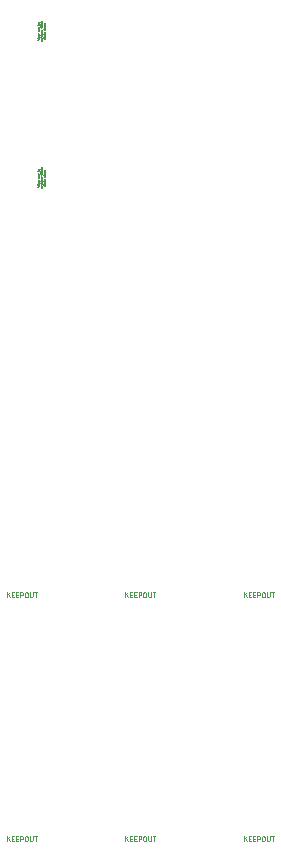
<source format=gbr>
%TF.GenerationSoftware,KiCad,Pcbnew,7.0.1*%
%TF.CreationDate,2023-04-20T06:23:29-07:00*%
%TF.ProjectId,wissystem_vca1,77697373-7973-4746-956d-5f766361312e,rev?*%
%TF.SameCoordinates,Original*%
%TF.FileFunction,Other,Comment*%
%FSLAX46Y46*%
G04 Gerber Fmt 4.6, Leading zero omitted, Abs format (unit mm)*
G04 Created by KiCad (PCBNEW 7.0.1) date 2023-04-20 06:23:29*
%MOMM*%
%LPD*%
G01*
G04 APERTURE LIST*
%ADD10C,0.020000*%
%ADD11C,0.051000*%
G04 APERTURE END LIST*
D10*
%TO.C,RV3*%
X26536792Y-56124399D02*
X26686792Y-56088685D01*
X26686792Y-56088685D02*
X26579650Y-56060113D01*
X26579650Y-56060113D02*
X26686792Y-56031542D01*
X26686792Y-56031542D02*
X26536792Y-55995828D01*
X26686792Y-55938684D02*
X26586792Y-55938684D01*
X26536792Y-55938684D02*
X26543935Y-55945827D01*
X26543935Y-55945827D02*
X26551078Y-55938684D01*
X26551078Y-55938684D02*
X26543935Y-55931541D01*
X26543935Y-55931541D02*
X26536792Y-55938684D01*
X26536792Y-55938684D02*
X26551078Y-55938684D01*
X26586792Y-55867255D02*
X26736792Y-55867255D01*
X26593935Y-55867255D02*
X26586792Y-55852970D01*
X26586792Y-55852970D02*
X26586792Y-55824398D01*
X26586792Y-55824398D02*
X26593935Y-55810112D01*
X26593935Y-55810112D02*
X26601078Y-55802970D01*
X26601078Y-55802970D02*
X26615364Y-55795827D01*
X26615364Y-55795827D02*
X26658221Y-55795827D01*
X26658221Y-55795827D02*
X26672507Y-55802970D01*
X26672507Y-55802970D02*
X26679650Y-55810112D01*
X26679650Y-55810112D02*
X26686792Y-55824398D01*
X26686792Y-55824398D02*
X26686792Y-55852970D01*
X26686792Y-55852970D02*
X26679650Y-55867255D01*
X26679650Y-55674398D02*
X26686792Y-55688684D01*
X26686792Y-55688684D02*
X26686792Y-55717256D01*
X26686792Y-55717256D02*
X26679650Y-55731541D01*
X26679650Y-55731541D02*
X26665364Y-55738684D01*
X26665364Y-55738684D02*
X26608221Y-55738684D01*
X26608221Y-55738684D02*
X26593935Y-55731541D01*
X26593935Y-55731541D02*
X26586792Y-55717256D01*
X26586792Y-55717256D02*
X26586792Y-55688684D01*
X26586792Y-55688684D02*
X26593935Y-55674398D01*
X26593935Y-55674398D02*
X26608221Y-55667256D01*
X26608221Y-55667256D02*
X26622507Y-55667256D01*
X26622507Y-55667256D02*
X26636792Y-55738684D01*
X26686792Y-55602970D02*
X26586792Y-55602970D01*
X26615364Y-55602970D02*
X26601078Y-55595827D01*
X26601078Y-55595827D02*
X26593935Y-55588685D01*
X26593935Y-55588685D02*
X26586792Y-55574399D01*
X26586792Y-55574399D02*
X26586792Y-55560113D01*
X26686792Y-55395827D02*
X26586792Y-55395827D01*
X26601078Y-55395827D02*
X26593935Y-55388684D01*
X26593935Y-55388684D02*
X26586792Y-55374399D01*
X26586792Y-55374399D02*
X26586792Y-55352970D01*
X26586792Y-55352970D02*
X26593935Y-55338684D01*
X26593935Y-55338684D02*
X26608221Y-55331542D01*
X26608221Y-55331542D02*
X26686792Y-55331542D01*
X26608221Y-55331542D02*
X26593935Y-55324399D01*
X26593935Y-55324399D02*
X26586792Y-55310113D01*
X26586792Y-55310113D02*
X26586792Y-55288684D01*
X26586792Y-55288684D02*
X26593935Y-55274399D01*
X26593935Y-55274399D02*
X26608221Y-55267256D01*
X26608221Y-55267256D02*
X26686792Y-55267256D01*
X26686792Y-55131542D02*
X26608221Y-55131542D01*
X26608221Y-55131542D02*
X26593935Y-55138684D01*
X26593935Y-55138684D02*
X26586792Y-55152970D01*
X26586792Y-55152970D02*
X26586792Y-55181542D01*
X26586792Y-55181542D02*
X26593935Y-55195827D01*
X26679650Y-55131542D02*
X26686792Y-55145827D01*
X26686792Y-55145827D02*
X26686792Y-55181542D01*
X26686792Y-55181542D02*
X26679650Y-55195827D01*
X26679650Y-55195827D02*
X26665364Y-55202970D01*
X26665364Y-55202970D02*
X26651078Y-55202970D01*
X26651078Y-55202970D02*
X26636792Y-55195827D01*
X26636792Y-55195827D02*
X26629650Y-55181542D01*
X26629650Y-55181542D02*
X26629650Y-55145827D01*
X26629650Y-55145827D02*
X26622507Y-55131542D01*
X26586792Y-55074399D02*
X26686792Y-55038685D01*
X26586792Y-55002970D02*
X26686792Y-55038685D01*
X26686792Y-55038685D02*
X26722507Y-55052970D01*
X26722507Y-55052970D02*
X26729650Y-55060113D01*
X26729650Y-55060113D02*
X26736792Y-55074399D01*
X26686792Y-54831541D02*
X26536792Y-54831541D01*
X26593935Y-54831541D02*
X26586792Y-54817256D01*
X26586792Y-54817256D02*
X26586792Y-54788684D01*
X26586792Y-54788684D02*
X26593935Y-54774398D01*
X26593935Y-54774398D02*
X26601078Y-54767256D01*
X26601078Y-54767256D02*
X26615364Y-54760113D01*
X26615364Y-54760113D02*
X26658221Y-54760113D01*
X26658221Y-54760113D02*
X26672507Y-54767256D01*
X26672507Y-54767256D02*
X26679650Y-54774398D01*
X26679650Y-54774398D02*
X26686792Y-54788684D01*
X26686792Y-54788684D02*
X26686792Y-54817256D01*
X26686792Y-54817256D02*
X26679650Y-54831541D01*
X26679650Y-54638684D02*
X26686792Y-54652970D01*
X26686792Y-54652970D02*
X26686792Y-54681542D01*
X26686792Y-54681542D02*
X26679650Y-54695827D01*
X26679650Y-54695827D02*
X26665364Y-54702970D01*
X26665364Y-54702970D02*
X26608221Y-54702970D01*
X26608221Y-54702970D02*
X26593935Y-54695827D01*
X26593935Y-54695827D02*
X26586792Y-54681542D01*
X26586792Y-54681542D02*
X26586792Y-54652970D01*
X26586792Y-54652970D02*
X26593935Y-54638684D01*
X26593935Y-54638684D02*
X26608221Y-54631542D01*
X26608221Y-54631542D02*
X26622507Y-54631542D01*
X26622507Y-54631542D02*
X26636792Y-54702970D01*
X26929792Y-56174399D02*
X26851221Y-56174399D01*
X26851221Y-56174399D02*
X26836935Y-56181541D01*
X26836935Y-56181541D02*
X26829792Y-56195827D01*
X26829792Y-56195827D02*
X26829792Y-56224399D01*
X26829792Y-56224399D02*
X26836935Y-56238684D01*
X26922650Y-56174399D02*
X26929792Y-56188684D01*
X26929792Y-56188684D02*
X26929792Y-56224399D01*
X26929792Y-56224399D02*
X26922650Y-56238684D01*
X26922650Y-56238684D02*
X26908364Y-56245827D01*
X26908364Y-56245827D02*
X26894078Y-56245827D01*
X26894078Y-56245827D02*
X26879792Y-56238684D01*
X26879792Y-56238684D02*
X26872650Y-56224399D01*
X26872650Y-56224399D02*
X26872650Y-56188684D01*
X26872650Y-56188684D02*
X26865507Y-56174399D01*
X26829792Y-56102970D02*
X26929792Y-56102970D01*
X26844078Y-56102970D02*
X26836935Y-56095827D01*
X26836935Y-56095827D02*
X26829792Y-56081542D01*
X26829792Y-56081542D02*
X26829792Y-56060113D01*
X26829792Y-56060113D02*
X26836935Y-56045827D01*
X26836935Y-56045827D02*
X26851221Y-56038685D01*
X26851221Y-56038685D02*
X26929792Y-56038685D01*
X26829792Y-55981542D02*
X26929792Y-55945828D01*
X26829792Y-55910113D02*
X26929792Y-55945828D01*
X26929792Y-55945828D02*
X26965507Y-55960113D01*
X26965507Y-55960113D02*
X26972650Y-55967256D01*
X26972650Y-55967256D02*
X26979792Y-55981542D01*
X26829792Y-55867256D02*
X26929792Y-55838685D01*
X26929792Y-55838685D02*
X26858364Y-55810113D01*
X26858364Y-55810113D02*
X26929792Y-55781542D01*
X26929792Y-55781542D02*
X26829792Y-55752970D01*
X26929792Y-55695827D02*
X26779792Y-55695827D01*
X26929792Y-55631542D02*
X26851221Y-55631542D01*
X26851221Y-55631542D02*
X26836935Y-55638684D01*
X26836935Y-55638684D02*
X26829792Y-55652970D01*
X26829792Y-55652970D02*
X26829792Y-55674399D01*
X26829792Y-55674399D02*
X26836935Y-55688684D01*
X26836935Y-55688684D02*
X26844078Y-55695827D01*
X26922650Y-55502970D02*
X26929792Y-55517256D01*
X26929792Y-55517256D02*
X26929792Y-55545828D01*
X26929792Y-55545828D02*
X26922650Y-55560113D01*
X26922650Y-55560113D02*
X26908364Y-55567256D01*
X26908364Y-55567256D02*
X26851221Y-55567256D01*
X26851221Y-55567256D02*
X26836935Y-55560113D01*
X26836935Y-55560113D02*
X26829792Y-55545828D01*
X26829792Y-55545828D02*
X26829792Y-55517256D01*
X26829792Y-55517256D02*
X26836935Y-55502970D01*
X26836935Y-55502970D02*
X26851221Y-55495828D01*
X26851221Y-55495828D02*
X26865507Y-55495828D01*
X26865507Y-55495828D02*
X26879792Y-55567256D01*
X26929792Y-55431542D02*
X26829792Y-55431542D01*
X26858364Y-55431542D02*
X26844078Y-55424399D01*
X26844078Y-55424399D02*
X26836935Y-55417257D01*
X26836935Y-55417257D02*
X26829792Y-55402971D01*
X26829792Y-55402971D02*
X26829792Y-55388685D01*
X26922650Y-55281542D02*
X26929792Y-55295828D01*
X26929792Y-55295828D02*
X26929792Y-55324400D01*
X26929792Y-55324400D02*
X26922650Y-55338685D01*
X26922650Y-55338685D02*
X26908364Y-55345828D01*
X26908364Y-55345828D02*
X26851221Y-55345828D01*
X26851221Y-55345828D02*
X26836935Y-55338685D01*
X26836935Y-55338685D02*
X26829792Y-55324400D01*
X26829792Y-55324400D02*
X26829792Y-55295828D01*
X26829792Y-55295828D02*
X26836935Y-55281542D01*
X26836935Y-55281542D02*
X26851221Y-55274400D01*
X26851221Y-55274400D02*
X26865507Y-55274400D01*
X26865507Y-55274400D02*
X26879792Y-55345828D01*
X26829792Y-55110114D02*
X26929792Y-55081543D01*
X26929792Y-55081543D02*
X26858364Y-55052971D01*
X26858364Y-55052971D02*
X26929792Y-55024400D01*
X26929792Y-55024400D02*
X26829792Y-54995828D01*
X26929792Y-54938685D02*
X26829792Y-54938685D01*
X26779792Y-54938685D02*
X26786935Y-54945828D01*
X26786935Y-54945828D02*
X26794078Y-54938685D01*
X26794078Y-54938685D02*
X26786935Y-54931542D01*
X26786935Y-54931542D02*
X26779792Y-54938685D01*
X26779792Y-54938685D02*
X26794078Y-54938685D01*
X26829792Y-54888685D02*
X26829792Y-54831542D01*
X26779792Y-54867256D02*
X26908364Y-54867256D01*
X26908364Y-54867256D02*
X26922650Y-54860113D01*
X26922650Y-54860113D02*
X26929792Y-54845828D01*
X26929792Y-54845828D02*
X26929792Y-54831542D01*
X26929792Y-54781542D02*
X26779792Y-54781542D01*
X26929792Y-54717257D02*
X26851221Y-54717257D01*
X26851221Y-54717257D02*
X26836935Y-54724399D01*
X26836935Y-54724399D02*
X26829792Y-54738685D01*
X26829792Y-54738685D02*
X26829792Y-54760114D01*
X26829792Y-54760114D02*
X26836935Y-54774399D01*
X26836935Y-54774399D02*
X26844078Y-54781542D01*
X26929792Y-54645828D02*
X26829792Y-54645828D01*
X26779792Y-54645828D02*
X26786935Y-54652971D01*
X26786935Y-54652971D02*
X26794078Y-54645828D01*
X26794078Y-54645828D02*
X26786935Y-54638685D01*
X26786935Y-54638685D02*
X26779792Y-54645828D01*
X26779792Y-54645828D02*
X26794078Y-54645828D01*
X26829792Y-54574399D02*
X26929792Y-54574399D01*
X26844078Y-54574399D02*
X26836935Y-54567256D01*
X26836935Y-54567256D02*
X26829792Y-54552971D01*
X26829792Y-54552971D02*
X26829792Y-54531542D01*
X26829792Y-54531542D02*
X26836935Y-54517256D01*
X26836935Y-54517256D02*
X26851221Y-54510114D01*
X26851221Y-54510114D02*
X26929792Y-54510114D01*
X27165650Y-55988685D02*
X27172792Y-56002970D01*
X27172792Y-56002970D02*
X27172792Y-56031542D01*
X27172792Y-56031542D02*
X27165650Y-56045827D01*
X27165650Y-56045827D02*
X27158507Y-56052970D01*
X27158507Y-56052970D02*
X27144221Y-56060113D01*
X27144221Y-56060113D02*
X27101364Y-56060113D01*
X27101364Y-56060113D02*
X27087078Y-56052970D01*
X27087078Y-56052970D02*
X27079935Y-56045827D01*
X27079935Y-56045827D02*
X27072792Y-56031542D01*
X27072792Y-56031542D02*
X27072792Y-56002970D01*
X27072792Y-56002970D02*
X27079935Y-55988685D01*
X27172792Y-55924399D02*
X27072792Y-55924399D01*
X27022792Y-55924399D02*
X27029935Y-55931542D01*
X27029935Y-55931542D02*
X27037078Y-55924399D01*
X27037078Y-55924399D02*
X27029935Y-55917256D01*
X27029935Y-55917256D02*
X27022792Y-55924399D01*
X27022792Y-55924399D02*
X27037078Y-55924399D01*
X27172792Y-55852970D02*
X27072792Y-55852970D01*
X27101364Y-55852970D02*
X27087078Y-55845827D01*
X27087078Y-55845827D02*
X27079935Y-55838685D01*
X27079935Y-55838685D02*
X27072792Y-55824399D01*
X27072792Y-55824399D02*
X27072792Y-55810113D01*
X27165650Y-55695828D02*
X27172792Y-55710113D01*
X27172792Y-55710113D02*
X27172792Y-55738685D01*
X27172792Y-55738685D02*
X27165650Y-55752970D01*
X27165650Y-55752970D02*
X27158507Y-55760113D01*
X27158507Y-55760113D02*
X27144221Y-55767256D01*
X27144221Y-55767256D02*
X27101364Y-55767256D01*
X27101364Y-55767256D02*
X27087078Y-55760113D01*
X27087078Y-55760113D02*
X27079935Y-55752970D01*
X27079935Y-55752970D02*
X27072792Y-55738685D01*
X27072792Y-55738685D02*
X27072792Y-55710113D01*
X27072792Y-55710113D02*
X27079935Y-55695828D01*
X27172792Y-55610114D02*
X27165650Y-55624399D01*
X27165650Y-55624399D02*
X27151364Y-55631542D01*
X27151364Y-55631542D02*
X27022792Y-55631542D01*
X27165650Y-55495828D02*
X27172792Y-55510114D01*
X27172792Y-55510114D02*
X27172792Y-55538686D01*
X27172792Y-55538686D02*
X27165650Y-55552971D01*
X27165650Y-55552971D02*
X27151364Y-55560114D01*
X27151364Y-55560114D02*
X27094221Y-55560114D01*
X27094221Y-55560114D02*
X27079935Y-55552971D01*
X27079935Y-55552971D02*
X27072792Y-55538686D01*
X27072792Y-55538686D02*
X27072792Y-55510114D01*
X27072792Y-55510114D02*
X27079935Y-55495828D01*
X27079935Y-55495828D02*
X27094221Y-55488686D01*
X27094221Y-55488686D02*
X27108507Y-55488686D01*
X27108507Y-55488686D02*
X27122792Y-55560114D01*
X27165650Y-55317257D02*
X27172792Y-55302971D01*
X27172792Y-55302971D02*
X27172792Y-55274400D01*
X27172792Y-55274400D02*
X27165650Y-55260114D01*
X27165650Y-55260114D02*
X27151364Y-55252971D01*
X27151364Y-55252971D02*
X27144221Y-55252971D01*
X27144221Y-55252971D02*
X27129935Y-55260114D01*
X27129935Y-55260114D02*
X27122792Y-55274400D01*
X27122792Y-55274400D02*
X27122792Y-55295829D01*
X27122792Y-55295829D02*
X27115650Y-55310114D01*
X27115650Y-55310114D02*
X27101364Y-55317257D01*
X27101364Y-55317257D02*
X27094221Y-55317257D01*
X27094221Y-55317257D02*
X27079935Y-55310114D01*
X27079935Y-55310114D02*
X27072792Y-55295829D01*
X27072792Y-55295829D02*
X27072792Y-55274400D01*
X27072792Y-55274400D02*
X27079935Y-55260114D01*
X27172792Y-55188685D02*
X27022792Y-55188685D01*
X27172792Y-55124400D02*
X27094221Y-55124400D01*
X27094221Y-55124400D02*
X27079935Y-55131542D01*
X27079935Y-55131542D02*
X27072792Y-55145828D01*
X27072792Y-55145828D02*
X27072792Y-55167257D01*
X27072792Y-55167257D02*
X27079935Y-55181542D01*
X27079935Y-55181542D02*
X27087078Y-55188685D01*
X27172792Y-55031543D02*
X27165650Y-55045828D01*
X27165650Y-55045828D02*
X27158507Y-55052971D01*
X27158507Y-55052971D02*
X27144221Y-55060114D01*
X27144221Y-55060114D02*
X27101364Y-55060114D01*
X27101364Y-55060114D02*
X27087078Y-55052971D01*
X27087078Y-55052971D02*
X27079935Y-55045828D01*
X27079935Y-55045828D02*
X27072792Y-55031543D01*
X27072792Y-55031543D02*
X27072792Y-55010114D01*
X27072792Y-55010114D02*
X27079935Y-54995828D01*
X27079935Y-54995828D02*
X27087078Y-54988686D01*
X27087078Y-54988686D02*
X27101364Y-54981543D01*
X27101364Y-54981543D02*
X27144221Y-54981543D01*
X27144221Y-54981543D02*
X27158507Y-54988686D01*
X27158507Y-54988686D02*
X27165650Y-54995828D01*
X27165650Y-54995828D02*
X27172792Y-55010114D01*
X27172792Y-55010114D02*
X27172792Y-55031543D01*
X27072792Y-54931543D02*
X27172792Y-54902972D01*
X27172792Y-54902972D02*
X27101364Y-54874400D01*
X27101364Y-54874400D02*
X27172792Y-54845829D01*
X27172792Y-54845829D02*
X27072792Y-54817257D01*
X27072792Y-54760114D02*
X27172792Y-54760114D01*
X27087078Y-54760114D02*
X27079935Y-54752971D01*
X27079935Y-54752971D02*
X27072792Y-54738686D01*
X27072792Y-54738686D02*
X27072792Y-54717257D01*
X27072792Y-54717257D02*
X27079935Y-54702971D01*
X27079935Y-54702971D02*
X27094221Y-54695829D01*
X27094221Y-54695829D02*
X27172792Y-54695829D01*
D11*
%TO.C,J_OUT1*%
X23958704Y-103316647D02*
X23958704Y-102916647D01*
X24187275Y-103316647D02*
X24015846Y-103088076D01*
X24187275Y-102916647D02*
X23958704Y-103145219D01*
X24358704Y-103107123D02*
X24492037Y-103107123D01*
X24549180Y-103316647D02*
X24358704Y-103316647D01*
X24358704Y-103316647D02*
X24358704Y-102916647D01*
X24358704Y-102916647D02*
X24549180Y-102916647D01*
X24720609Y-103107123D02*
X24853942Y-103107123D01*
X24911085Y-103316647D02*
X24720609Y-103316647D01*
X24720609Y-103316647D02*
X24720609Y-102916647D01*
X24720609Y-102916647D02*
X24911085Y-102916647D01*
X25082514Y-103316647D02*
X25082514Y-102916647D01*
X25082514Y-102916647D02*
X25234895Y-102916647D01*
X25234895Y-102916647D02*
X25272990Y-102935695D01*
X25272990Y-102935695D02*
X25292037Y-102954742D01*
X25292037Y-102954742D02*
X25311085Y-102992838D01*
X25311085Y-102992838D02*
X25311085Y-103049980D01*
X25311085Y-103049980D02*
X25292037Y-103088076D01*
X25292037Y-103088076D02*
X25272990Y-103107123D01*
X25272990Y-103107123D02*
X25234895Y-103126171D01*
X25234895Y-103126171D02*
X25082514Y-103126171D01*
X25558704Y-102916647D02*
X25634895Y-102916647D01*
X25634895Y-102916647D02*
X25672990Y-102935695D01*
X25672990Y-102935695D02*
X25711085Y-102973790D01*
X25711085Y-102973790D02*
X25730133Y-103049980D01*
X25730133Y-103049980D02*
X25730133Y-103183314D01*
X25730133Y-103183314D02*
X25711085Y-103259504D01*
X25711085Y-103259504D02*
X25672990Y-103297600D01*
X25672990Y-103297600D02*
X25634895Y-103316647D01*
X25634895Y-103316647D02*
X25558704Y-103316647D01*
X25558704Y-103316647D02*
X25520609Y-103297600D01*
X25520609Y-103297600D02*
X25482514Y-103259504D01*
X25482514Y-103259504D02*
X25463466Y-103183314D01*
X25463466Y-103183314D02*
X25463466Y-103049980D01*
X25463466Y-103049980D02*
X25482514Y-102973790D01*
X25482514Y-102973790D02*
X25520609Y-102935695D01*
X25520609Y-102935695D02*
X25558704Y-102916647D01*
X25901562Y-102916647D02*
X25901562Y-103240457D01*
X25901562Y-103240457D02*
X25920609Y-103278552D01*
X25920609Y-103278552D02*
X25939657Y-103297600D01*
X25939657Y-103297600D02*
X25977752Y-103316647D01*
X25977752Y-103316647D02*
X26053943Y-103316647D01*
X26053943Y-103316647D02*
X26092038Y-103297600D01*
X26092038Y-103297600D02*
X26111085Y-103278552D01*
X26111085Y-103278552D02*
X26130133Y-103240457D01*
X26130133Y-103240457D02*
X26130133Y-102916647D01*
X26263467Y-102916647D02*
X26492038Y-102916647D01*
X26377752Y-103316647D02*
X26377752Y-102916647D01*
%TO.C,J_CV2*%
X33991704Y-123973447D02*
X33991704Y-123573447D01*
X34220275Y-123973447D02*
X34048846Y-123744876D01*
X34220275Y-123573447D02*
X33991704Y-123802019D01*
X34391704Y-123763923D02*
X34525037Y-123763923D01*
X34582180Y-123973447D02*
X34391704Y-123973447D01*
X34391704Y-123973447D02*
X34391704Y-123573447D01*
X34391704Y-123573447D02*
X34582180Y-123573447D01*
X34753609Y-123763923D02*
X34886942Y-123763923D01*
X34944085Y-123973447D02*
X34753609Y-123973447D01*
X34753609Y-123973447D02*
X34753609Y-123573447D01*
X34753609Y-123573447D02*
X34944085Y-123573447D01*
X35115514Y-123973447D02*
X35115514Y-123573447D01*
X35115514Y-123573447D02*
X35267895Y-123573447D01*
X35267895Y-123573447D02*
X35305990Y-123592495D01*
X35305990Y-123592495D02*
X35325037Y-123611542D01*
X35325037Y-123611542D02*
X35344085Y-123649638D01*
X35344085Y-123649638D02*
X35344085Y-123706780D01*
X35344085Y-123706780D02*
X35325037Y-123744876D01*
X35325037Y-123744876D02*
X35305990Y-123763923D01*
X35305990Y-123763923D02*
X35267895Y-123782971D01*
X35267895Y-123782971D02*
X35115514Y-123782971D01*
X35591704Y-123573447D02*
X35667895Y-123573447D01*
X35667895Y-123573447D02*
X35705990Y-123592495D01*
X35705990Y-123592495D02*
X35744085Y-123630590D01*
X35744085Y-123630590D02*
X35763133Y-123706780D01*
X35763133Y-123706780D02*
X35763133Y-123840114D01*
X35763133Y-123840114D02*
X35744085Y-123916304D01*
X35744085Y-123916304D02*
X35705990Y-123954400D01*
X35705990Y-123954400D02*
X35667895Y-123973447D01*
X35667895Y-123973447D02*
X35591704Y-123973447D01*
X35591704Y-123973447D02*
X35553609Y-123954400D01*
X35553609Y-123954400D02*
X35515514Y-123916304D01*
X35515514Y-123916304D02*
X35496466Y-123840114D01*
X35496466Y-123840114D02*
X35496466Y-123706780D01*
X35496466Y-123706780D02*
X35515514Y-123630590D01*
X35515514Y-123630590D02*
X35553609Y-123592495D01*
X35553609Y-123592495D02*
X35591704Y-123573447D01*
X35934562Y-123573447D02*
X35934562Y-123897257D01*
X35934562Y-123897257D02*
X35953609Y-123935352D01*
X35953609Y-123935352D02*
X35972657Y-123954400D01*
X35972657Y-123954400D02*
X36010752Y-123973447D01*
X36010752Y-123973447D02*
X36086943Y-123973447D01*
X36086943Y-123973447D02*
X36125038Y-123954400D01*
X36125038Y-123954400D02*
X36144085Y-123935352D01*
X36144085Y-123935352D02*
X36163133Y-123897257D01*
X36163133Y-123897257D02*
X36163133Y-123573447D01*
X36296467Y-123573447D02*
X36525038Y-123573447D01*
X36410752Y-123973447D02*
X36410752Y-123573447D01*
%TO.C,J_OUT2*%
X23958704Y-123973447D02*
X23958704Y-123573447D01*
X24187275Y-123973447D02*
X24015846Y-123744876D01*
X24187275Y-123573447D02*
X23958704Y-123802019D01*
X24358704Y-123763923D02*
X24492037Y-123763923D01*
X24549180Y-123973447D02*
X24358704Y-123973447D01*
X24358704Y-123973447D02*
X24358704Y-123573447D01*
X24358704Y-123573447D02*
X24549180Y-123573447D01*
X24720609Y-123763923D02*
X24853942Y-123763923D01*
X24911085Y-123973447D02*
X24720609Y-123973447D01*
X24720609Y-123973447D02*
X24720609Y-123573447D01*
X24720609Y-123573447D02*
X24911085Y-123573447D01*
X25082514Y-123973447D02*
X25082514Y-123573447D01*
X25082514Y-123573447D02*
X25234895Y-123573447D01*
X25234895Y-123573447D02*
X25272990Y-123592495D01*
X25272990Y-123592495D02*
X25292037Y-123611542D01*
X25292037Y-123611542D02*
X25311085Y-123649638D01*
X25311085Y-123649638D02*
X25311085Y-123706780D01*
X25311085Y-123706780D02*
X25292037Y-123744876D01*
X25292037Y-123744876D02*
X25272990Y-123763923D01*
X25272990Y-123763923D02*
X25234895Y-123782971D01*
X25234895Y-123782971D02*
X25082514Y-123782971D01*
X25558704Y-123573447D02*
X25634895Y-123573447D01*
X25634895Y-123573447D02*
X25672990Y-123592495D01*
X25672990Y-123592495D02*
X25711085Y-123630590D01*
X25711085Y-123630590D02*
X25730133Y-123706780D01*
X25730133Y-123706780D02*
X25730133Y-123840114D01*
X25730133Y-123840114D02*
X25711085Y-123916304D01*
X25711085Y-123916304D02*
X25672990Y-123954400D01*
X25672990Y-123954400D02*
X25634895Y-123973447D01*
X25634895Y-123973447D02*
X25558704Y-123973447D01*
X25558704Y-123973447D02*
X25520609Y-123954400D01*
X25520609Y-123954400D02*
X25482514Y-123916304D01*
X25482514Y-123916304D02*
X25463466Y-123840114D01*
X25463466Y-123840114D02*
X25463466Y-123706780D01*
X25463466Y-123706780D02*
X25482514Y-123630590D01*
X25482514Y-123630590D02*
X25520609Y-123592495D01*
X25520609Y-123592495D02*
X25558704Y-123573447D01*
X25901562Y-123573447D02*
X25901562Y-123897257D01*
X25901562Y-123897257D02*
X25920609Y-123935352D01*
X25920609Y-123935352D02*
X25939657Y-123954400D01*
X25939657Y-123954400D02*
X25977752Y-123973447D01*
X25977752Y-123973447D02*
X26053943Y-123973447D01*
X26053943Y-123973447D02*
X26092038Y-123954400D01*
X26092038Y-123954400D02*
X26111085Y-123935352D01*
X26111085Y-123935352D02*
X26130133Y-123897257D01*
X26130133Y-123897257D02*
X26130133Y-123573447D01*
X26263467Y-123573447D02*
X26492038Y-123573447D01*
X26377752Y-123973447D02*
X26377752Y-123573447D01*
%TO.C,J_SIG3*%
X44024704Y-123973447D02*
X44024704Y-123573447D01*
X44253275Y-123973447D02*
X44081846Y-123744876D01*
X44253275Y-123573447D02*
X44024704Y-123802019D01*
X44424704Y-123763923D02*
X44558037Y-123763923D01*
X44615180Y-123973447D02*
X44424704Y-123973447D01*
X44424704Y-123973447D02*
X44424704Y-123573447D01*
X44424704Y-123573447D02*
X44615180Y-123573447D01*
X44786609Y-123763923D02*
X44919942Y-123763923D01*
X44977085Y-123973447D02*
X44786609Y-123973447D01*
X44786609Y-123973447D02*
X44786609Y-123573447D01*
X44786609Y-123573447D02*
X44977085Y-123573447D01*
X45148514Y-123973447D02*
X45148514Y-123573447D01*
X45148514Y-123573447D02*
X45300895Y-123573447D01*
X45300895Y-123573447D02*
X45338990Y-123592495D01*
X45338990Y-123592495D02*
X45358037Y-123611542D01*
X45358037Y-123611542D02*
X45377085Y-123649638D01*
X45377085Y-123649638D02*
X45377085Y-123706780D01*
X45377085Y-123706780D02*
X45358037Y-123744876D01*
X45358037Y-123744876D02*
X45338990Y-123763923D01*
X45338990Y-123763923D02*
X45300895Y-123782971D01*
X45300895Y-123782971D02*
X45148514Y-123782971D01*
X45624704Y-123573447D02*
X45700895Y-123573447D01*
X45700895Y-123573447D02*
X45738990Y-123592495D01*
X45738990Y-123592495D02*
X45777085Y-123630590D01*
X45777085Y-123630590D02*
X45796133Y-123706780D01*
X45796133Y-123706780D02*
X45796133Y-123840114D01*
X45796133Y-123840114D02*
X45777085Y-123916304D01*
X45777085Y-123916304D02*
X45738990Y-123954400D01*
X45738990Y-123954400D02*
X45700895Y-123973447D01*
X45700895Y-123973447D02*
X45624704Y-123973447D01*
X45624704Y-123973447D02*
X45586609Y-123954400D01*
X45586609Y-123954400D02*
X45548514Y-123916304D01*
X45548514Y-123916304D02*
X45529466Y-123840114D01*
X45529466Y-123840114D02*
X45529466Y-123706780D01*
X45529466Y-123706780D02*
X45548514Y-123630590D01*
X45548514Y-123630590D02*
X45586609Y-123592495D01*
X45586609Y-123592495D02*
X45624704Y-123573447D01*
X45967562Y-123573447D02*
X45967562Y-123897257D01*
X45967562Y-123897257D02*
X45986609Y-123935352D01*
X45986609Y-123935352D02*
X46005657Y-123954400D01*
X46005657Y-123954400D02*
X46043752Y-123973447D01*
X46043752Y-123973447D02*
X46119943Y-123973447D01*
X46119943Y-123973447D02*
X46158038Y-123954400D01*
X46158038Y-123954400D02*
X46177085Y-123935352D01*
X46177085Y-123935352D02*
X46196133Y-123897257D01*
X46196133Y-123897257D02*
X46196133Y-123573447D01*
X46329467Y-123573447D02*
X46558038Y-123573447D01*
X46443752Y-123973447D02*
X46443752Y-123573447D01*
%TO.C,J_CV1*%
X33991704Y-103316647D02*
X33991704Y-102916647D01*
X34220275Y-103316647D02*
X34048846Y-103088076D01*
X34220275Y-102916647D02*
X33991704Y-103145219D01*
X34391704Y-103107123D02*
X34525037Y-103107123D01*
X34582180Y-103316647D02*
X34391704Y-103316647D01*
X34391704Y-103316647D02*
X34391704Y-102916647D01*
X34391704Y-102916647D02*
X34582180Y-102916647D01*
X34753609Y-103107123D02*
X34886942Y-103107123D01*
X34944085Y-103316647D02*
X34753609Y-103316647D01*
X34753609Y-103316647D02*
X34753609Y-102916647D01*
X34753609Y-102916647D02*
X34944085Y-102916647D01*
X35115514Y-103316647D02*
X35115514Y-102916647D01*
X35115514Y-102916647D02*
X35267895Y-102916647D01*
X35267895Y-102916647D02*
X35305990Y-102935695D01*
X35305990Y-102935695D02*
X35325037Y-102954742D01*
X35325037Y-102954742D02*
X35344085Y-102992838D01*
X35344085Y-102992838D02*
X35344085Y-103049980D01*
X35344085Y-103049980D02*
X35325037Y-103088076D01*
X35325037Y-103088076D02*
X35305990Y-103107123D01*
X35305990Y-103107123D02*
X35267895Y-103126171D01*
X35267895Y-103126171D02*
X35115514Y-103126171D01*
X35591704Y-102916647D02*
X35667895Y-102916647D01*
X35667895Y-102916647D02*
X35705990Y-102935695D01*
X35705990Y-102935695D02*
X35744085Y-102973790D01*
X35744085Y-102973790D02*
X35763133Y-103049980D01*
X35763133Y-103049980D02*
X35763133Y-103183314D01*
X35763133Y-103183314D02*
X35744085Y-103259504D01*
X35744085Y-103259504D02*
X35705990Y-103297600D01*
X35705990Y-103297600D02*
X35667895Y-103316647D01*
X35667895Y-103316647D02*
X35591704Y-103316647D01*
X35591704Y-103316647D02*
X35553609Y-103297600D01*
X35553609Y-103297600D02*
X35515514Y-103259504D01*
X35515514Y-103259504D02*
X35496466Y-103183314D01*
X35496466Y-103183314D02*
X35496466Y-103049980D01*
X35496466Y-103049980D02*
X35515514Y-102973790D01*
X35515514Y-102973790D02*
X35553609Y-102935695D01*
X35553609Y-102935695D02*
X35591704Y-102916647D01*
X35934562Y-102916647D02*
X35934562Y-103240457D01*
X35934562Y-103240457D02*
X35953609Y-103278552D01*
X35953609Y-103278552D02*
X35972657Y-103297600D01*
X35972657Y-103297600D02*
X36010752Y-103316647D01*
X36010752Y-103316647D02*
X36086943Y-103316647D01*
X36086943Y-103316647D02*
X36125038Y-103297600D01*
X36125038Y-103297600D02*
X36144085Y-103278552D01*
X36144085Y-103278552D02*
X36163133Y-103240457D01*
X36163133Y-103240457D02*
X36163133Y-102916647D01*
X36296467Y-102916647D02*
X36525038Y-102916647D01*
X36410752Y-103316647D02*
X36410752Y-102916647D01*
%TO.C,J_SIG1*%
X44024704Y-103316647D02*
X44024704Y-102916647D01*
X44253275Y-103316647D02*
X44081846Y-103088076D01*
X44253275Y-102916647D02*
X44024704Y-103145219D01*
X44424704Y-103107123D02*
X44558037Y-103107123D01*
X44615180Y-103316647D02*
X44424704Y-103316647D01*
X44424704Y-103316647D02*
X44424704Y-102916647D01*
X44424704Y-102916647D02*
X44615180Y-102916647D01*
X44786609Y-103107123D02*
X44919942Y-103107123D01*
X44977085Y-103316647D02*
X44786609Y-103316647D01*
X44786609Y-103316647D02*
X44786609Y-102916647D01*
X44786609Y-102916647D02*
X44977085Y-102916647D01*
X45148514Y-103316647D02*
X45148514Y-102916647D01*
X45148514Y-102916647D02*
X45300895Y-102916647D01*
X45300895Y-102916647D02*
X45338990Y-102935695D01*
X45338990Y-102935695D02*
X45358037Y-102954742D01*
X45358037Y-102954742D02*
X45377085Y-102992838D01*
X45377085Y-102992838D02*
X45377085Y-103049980D01*
X45377085Y-103049980D02*
X45358037Y-103088076D01*
X45358037Y-103088076D02*
X45338990Y-103107123D01*
X45338990Y-103107123D02*
X45300895Y-103126171D01*
X45300895Y-103126171D02*
X45148514Y-103126171D01*
X45624704Y-102916647D02*
X45700895Y-102916647D01*
X45700895Y-102916647D02*
X45738990Y-102935695D01*
X45738990Y-102935695D02*
X45777085Y-102973790D01*
X45777085Y-102973790D02*
X45796133Y-103049980D01*
X45796133Y-103049980D02*
X45796133Y-103183314D01*
X45796133Y-103183314D02*
X45777085Y-103259504D01*
X45777085Y-103259504D02*
X45738990Y-103297600D01*
X45738990Y-103297600D02*
X45700895Y-103316647D01*
X45700895Y-103316647D02*
X45624704Y-103316647D01*
X45624704Y-103316647D02*
X45586609Y-103297600D01*
X45586609Y-103297600D02*
X45548514Y-103259504D01*
X45548514Y-103259504D02*
X45529466Y-103183314D01*
X45529466Y-103183314D02*
X45529466Y-103049980D01*
X45529466Y-103049980D02*
X45548514Y-102973790D01*
X45548514Y-102973790D02*
X45586609Y-102935695D01*
X45586609Y-102935695D02*
X45624704Y-102916647D01*
X45967562Y-102916647D02*
X45967562Y-103240457D01*
X45967562Y-103240457D02*
X45986609Y-103278552D01*
X45986609Y-103278552D02*
X46005657Y-103297600D01*
X46005657Y-103297600D02*
X46043752Y-103316647D01*
X46043752Y-103316647D02*
X46119943Y-103316647D01*
X46119943Y-103316647D02*
X46158038Y-103297600D01*
X46158038Y-103297600D02*
X46177085Y-103278552D01*
X46177085Y-103278552D02*
X46196133Y-103240457D01*
X46196133Y-103240457D02*
X46196133Y-102916647D01*
X46329467Y-102916647D02*
X46558038Y-102916647D01*
X46443752Y-103316647D02*
X46443752Y-102916647D01*
D10*
%TO.C,RV2*%
X26536792Y-68547199D02*
X26686792Y-68511485D01*
X26686792Y-68511485D02*
X26579650Y-68482913D01*
X26579650Y-68482913D02*
X26686792Y-68454342D01*
X26686792Y-68454342D02*
X26536792Y-68418628D01*
X26686792Y-68361484D02*
X26586792Y-68361484D01*
X26536792Y-68361484D02*
X26543935Y-68368627D01*
X26543935Y-68368627D02*
X26551078Y-68361484D01*
X26551078Y-68361484D02*
X26543935Y-68354341D01*
X26543935Y-68354341D02*
X26536792Y-68361484D01*
X26536792Y-68361484D02*
X26551078Y-68361484D01*
X26586792Y-68290055D02*
X26736792Y-68290055D01*
X26593935Y-68290055D02*
X26586792Y-68275770D01*
X26586792Y-68275770D02*
X26586792Y-68247198D01*
X26586792Y-68247198D02*
X26593935Y-68232912D01*
X26593935Y-68232912D02*
X26601078Y-68225770D01*
X26601078Y-68225770D02*
X26615364Y-68218627D01*
X26615364Y-68218627D02*
X26658221Y-68218627D01*
X26658221Y-68218627D02*
X26672507Y-68225770D01*
X26672507Y-68225770D02*
X26679650Y-68232912D01*
X26679650Y-68232912D02*
X26686792Y-68247198D01*
X26686792Y-68247198D02*
X26686792Y-68275770D01*
X26686792Y-68275770D02*
X26679650Y-68290055D01*
X26679650Y-68097198D02*
X26686792Y-68111484D01*
X26686792Y-68111484D02*
X26686792Y-68140056D01*
X26686792Y-68140056D02*
X26679650Y-68154341D01*
X26679650Y-68154341D02*
X26665364Y-68161484D01*
X26665364Y-68161484D02*
X26608221Y-68161484D01*
X26608221Y-68161484D02*
X26593935Y-68154341D01*
X26593935Y-68154341D02*
X26586792Y-68140056D01*
X26586792Y-68140056D02*
X26586792Y-68111484D01*
X26586792Y-68111484D02*
X26593935Y-68097198D01*
X26593935Y-68097198D02*
X26608221Y-68090056D01*
X26608221Y-68090056D02*
X26622507Y-68090056D01*
X26622507Y-68090056D02*
X26636792Y-68161484D01*
X26686792Y-68025770D02*
X26586792Y-68025770D01*
X26615364Y-68025770D02*
X26601078Y-68018627D01*
X26601078Y-68018627D02*
X26593935Y-68011485D01*
X26593935Y-68011485D02*
X26586792Y-67997199D01*
X26586792Y-67997199D02*
X26586792Y-67982913D01*
X26686792Y-67818627D02*
X26586792Y-67818627D01*
X26601078Y-67818627D02*
X26593935Y-67811484D01*
X26593935Y-67811484D02*
X26586792Y-67797199D01*
X26586792Y-67797199D02*
X26586792Y-67775770D01*
X26586792Y-67775770D02*
X26593935Y-67761484D01*
X26593935Y-67761484D02*
X26608221Y-67754342D01*
X26608221Y-67754342D02*
X26686792Y-67754342D01*
X26608221Y-67754342D02*
X26593935Y-67747199D01*
X26593935Y-67747199D02*
X26586792Y-67732913D01*
X26586792Y-67732913D02*
X26586792Y-67711484D01*
X26586792Y-67711484D02*
X26593935Y-67697199D01*
X26593935Y-67697199D02*
X26608221Y-67690056D01*
X26608221Y-67690056D02*
X26686792Y-67690056D01*
X26686792Y-67554342D02*
X26608221Y-67554342D01*
X26608221Y-67554342D02*
X26593935Y-67561484D01*
X26593935Y-67561484D02*
X26586792Y-67575770D01*
X26586792Y-67575770D02*
X26586792Y-67604342D01*
X26586792Y-67604342D02*
X26593935Y-67618627D01*
X26679650Y-67554342D02*
X26686792Y-67568627D01*
X26686792Y-67568627D02*
X26686792Y-67604342D01*
X26686792Y-67604342D02*
X26679650Y-67618627D01*
X26679650Y-67618627D02*
X26665364Y-67625770D01*
X26665364Y-67625770D02*
X26651078Y-67625770D01*
X26651078Y-67625770D02*
X26636792Y-67618627D01*
X26636792Y-67618627D02*
X26629650Y-67604342D01*
X26629650Y-67604342D02*
X26629650Y-67568627D01*
X26629650Y-67568627D02*
X26622507Y-67554342D01*
X26586792Y-67497199D02*
X26686792Y-67461485D01*
X26586792Y-67425770D02*
X26686792Y-67461485D01*
X26686792Y-67461485D02*
X26722507Y-67475770D01*
X26722507Y-67475770D02*
X26729650Y-67482913D01*
X26729650Y-67482913D02*
X26736792Y-67497199D01*
X26686792Y-67254341D02*
X26536792Y-67254341D01*
X26593935Y-67254341D02*
X26586792Y-67240056D01*
X26586792Y-67240056D02*
X26586792Y-67211484D01*
X26586792Y-67211484D02*
X26593935Y-67197198D01*
X26593935Y-67197198D02*
X26601078Y-67190056D01*
X26601078Y-67190056D02*
X26615364Y-67182913D01*
X26615364Y-67182913D02*
X26658221Y-67182913D01*
X26658221Y-67182913D02*
X26672507Y-67190056D01*
X26672507Y-67190056D02*
X26679650Y-67197198D01*
X26679650Y-67197198D02*
X26686792Y-67211484D01*
X26686792Y-67211484D02*
X26686792Y-67240056D01*
X26686792Y-67240056D02*
X26679650Y-67254341D01*
X26679650Y-67061484D02*
X26686792Y-67075770D01*
X26686792Y-67075770D02*
X26686792Y-67104342D01*
X26686792Y-67104342D02*
X26679650Y-67118627D01*
X26679650Y-67118627D02*
X26665364Y-67125770D01*
X26665364Y-67125770D02*
X26608221Y-67125770D01*
X26608221Y-67125770D02*
X26593935Y-67118627D01*
X26593935Y-67118627D02*
X26586792Y-67104342D01*
X26586792Y-67104342D02*
X26586792Y-67075770D01*
X26586792Y-67075770D02*
X26593935Y-67061484D01*
X26593935Y-67061484D02*
X26608221Y-67054342D01*
X26608221Y-67054342D02*
X26622507Y-67054342D01*
X26622507Y-67054342D02*
X26636792Y-67125770D01*
X26929792Y-68597199D02*
X26851221Y-68597199D01*
X26851221Y-68597199D02*
X26836935Y-68604341D01*
X26836935Y-68604341D02*
X26829792Y-68618627D01*
X26829792Y-68618627D02*
X26829792Y-68647199D01*
X26829792Y-68647199D02*
X26836935Y-68661484D01*
X26922650Y-68597199D02*
X26929792Y-68611484D01*
X26929792Y-68611484D02*
X26929792Y-68647199D01*
X26929792Y-68647199D02*
X26922650Y-68661484D01*
X26922650Y-68661484D02*
X26908364Y-68668627D01*
X26908364Y-68668627D02*
X26894078Y-68668627D01*
X26894078Y-68668627D02*
X26879792Y-68661484D01*
X26879792Y-68661484D02*
X26872650Y-68647199D01*
X26872650Y-68647199D02*
X26872650Y-68611484D01*
X26872650Y-68611484D02*
X26865507Y-68597199D01*
X26829792Y-68525770D02*
X26929792Y-68525770D01*
X26844078Y-68525770D02*
X26836935Y-68518627D01*
X26836935Y-68518627D02*
X26829792Y-68504342D01*
X26829792Y-68504342D02*
X26829792Y-68482913D01*
X26829792Y-68482913D02*
X26836935Y-68468627D01*
X26836935Y-68468627D02*
X26851221Y-68461485D01*
X26851221Y-68461485D02*
X26929792Y-68461485D01*
X26829792Y-68404342D02*
X26929792Y-68368628D01*
X26829792Y-68332913D02*
X26929792Y-68368628D01*
X26929792Y-68368628D02*
X26965507Y-68382913D01*
X26965507Y-68382913D02*
X26972650Y-68390056D01*
X26972650Y-68390056D02*
X26979792Y-68404342D01*
X26829792Y-68290056D02*
X26929792Y-68261485D01*
X26929792Y-68261485D02*
X26858364Y-68232913D01*
X26858364Y-68232913D02*
X26929792Y-68204342D01*
X26929792Y-68204342D02*
X26829792Y-68175770D01*
X26929792Y-68118627D02*
X26779792Y-68118627D01*
X26929792Y-68054342D02*
X26851221Y-68054342D01*
X26851221Y-68054342D02*
X26836935Y-68061484D01*
X26836935Y-68061484D02*
X26829792Y-68075770D01*
X26829792Y-68075770D02*
X26829792Y-68097199D01*
X26829792Y-68097199D02*
X26836935Y-68111484D01*
X26836935Y-68111484D02*
X26844078Y-68118627D01*
X26922650Y-67925770D02*
X26929792Y-67940056D01*
X26929792Y-67940056D02*
X26929792Y-67968628D01*
X26929792Y-67968628D02*
X26922650Y-67982913D01*
X26922650Y-67982913D02*
X26908364Y-67990056D01*
X26908364Y-67990056D02*
X26851221Y-67990056D01*
X26851221Y-67990056D02*
X26836935Y-67982913D01*
X26836935Y-67982913D02*
X26829792Y-67968628D01*
X26829792Y-67968628D02*
X26829792Y-67940056D01*
X26829792Y-67940056D02*
X26836935Y-67925770D01*
X26836935Y-67925770D02*
X26851221Y-67918628D01*
X26851221Y-67918628D02*
X26865507Y-67918628D01*
X26865507Y-67918628D02*
X26879792Y-67990056D01*
X26929792Y-67854342D02*
X26829792Y-67854342D01*
X26858364Y-67854342D02*
X26844078Y-67847199D01*
X26844078Y-67847199D02*
X26836935Y-67840057D01*
X26836935Y-67840057D02*
X26829792Y-67825771D01*
X26829792Y-67825771D02*
X26829792Y-67811485D01*
X26922650Y-67704342D02*
X26929792Y-67718628D01*
X26929792Y-67718628D02*
X26929792Y-67747200D01*
X26929792Y-67747200D02*
X26922650Y-67761485D01*
X26922650Y-67761485D02*
X26908364Y-67768628D01*
X26908364Y-67768628D02*
X26851221Y-67768628D01*
X26851221Y-67768628D02*
X26836935Y-67761485D01*
X26836935Y-67761485D02*
X26829792Y-67747200D01*
X26829792Y-67747200D02*
X26829792Y-67718628D01*
X26829792Y-67718628D02*
X26836935Y-67704342D01*
X26836935Y-67704342D02*
X26851221Y-67697200D01*
X26851221Y-67697200D02*
X26865507Y-67697200D01*
X26865507Y-67697200D02*
X26879792Y-67768628D01*
X26829792Y-67532914D02*
X26929792Y-67504343D01*
X26929792Y-67504343D02*
X26858364Y-67475771D01*
X26858364Y-67475771D02*
X26929792Y-67447200D01*
X26929792Y-67447200D02*
X26829792Y-67418628D01*
X26929792Y-67361485D02*
X26829792Y-67361485D01*
X26779792Y-67361485D02*
X26786935Y-67368628D01*
X26786935Y-67368628D02*
X26794078Y-67361485D01*
X26794078Y-67361485D02*
X26786935Y-67354342D01*
X26786935Y-67354342D02*
X26779792Y-67361485D01*
X26779792Y-67361485D02*
X26794078Y-67361485D01*
X26829792Y-67311485D02*
X26829792Y-67254342D01*
X26779792Y-67290056D02*
X26908364Y-67290056D01*
X26908364Y-67290056D02*
X26922650Y-67282913D01*
X26922650Y-67282913D02*
X26929792Y-67268628D01*
X26929792Y-67268628D02*
X26929792Y-67254342D01*
X26929792Y-67204342D02*
X26779792Y-67204342D01*
X26929792Y-67140057D02*
X26851221Y-67140057D01*
X26851221Y-67140057D02*
X26836935Y-67147199D01*
X26836935Y-67147199D02*
X26829792Y-67161485D01*
X26829792Y-67161485D02*
X26829792Y-67182914D01*
X26829792Y-67182914D02*
X26836935Y-67197199D01*
X26836935Y-67197199D02*
X26844078Y-67204342D01*
X26929792Y-67068628D02*
X26829792Y-67068628D01*
X26779792Y-67068628D02*
X26786935Y-67075771D01*
X26786935Y-67075771D02*
X26794078Y-67068628D01*
X26794078Y-67068628D02*
X26786935Y-67061485D01*
X26786935Y-67061485D02*
X26779792Y-67068628D01*
X26779792Y-67068628D02*
X26794078Y-67068628D01*
X26829792Y-66997199D02*
X26929792Y-66997199D01*
X26844078Y-66997199D02*
X26836935Y-66990056D01*
X26836935Y-66990056D02*
X26829792Y-66975771D01*
X26829792Y-66975771D02*
X26829792Y-66954342D01*
X26829792Y-66954342D02*
X26836935Y-66940056D01*
X26836935Y-66940056D02*
X26851221Y-66932914D01*
X26851221Y-66932914D02*
X26929792Y-66932914D01*
X27165650Y-68411485D02*
X27172792Y-68425770D01*
X27172792Y-68425770D02*
X27172792Y-68454342D01*
X27172792Y-68454342D02*
X27165650Y-68468627D01*
X27165650Y-68468627D02*
X27158507Y-68475770D01*
X27158507Y-68475770D02*
X27144221Y-68482913D01*
X27144221Y-68482913D02*
X27101364Y-68482913D01*
X27101364Y-68482913D02*
X27087078Y-68475770D01*
X27087078Y-68475770D02*
X27079935Y-68468627D01*
X27079935Y-68468627D02*
X27072792Y-68454342D01*
X27072792Y-68454342D02*
X27072792Y-68425770D01*
X27072792Y-68425770D02*
X27079935Y-68411485D01*
X27172792Y-68347199D02*
X27072792Y-68347199D01*
X27022792Y-68347199D02*
X27029935Y-68354342D01*
X27029935Y-68354342D02*
X27037078Y-68347199D01*
X27037078Y-68347199D02*
X27029935Y-68340056D01*
X27029935Y-68340056D02*
X27022792Y-68347199D01*
X27022792Y-68347199D02*
X27037078Y-68347199D01*
X27172792Y-68275770D02*
X27072792Y-68275770D01*
X27101364Y-68275770D02*
X27087078Y-68268627D01*
X27087078Y-68268627D02*
X27079935Y-68261485D01*
X27079935Y-68261485D02*
X27072792Y-68247199D01*
X27072792Y-68247199D02*
X27072792Y-68232913D01*
X27165650Y-68118628D02*
X27172792Y-68132913D01*
X27172792Y-68132913D02*
X27172792Y-68161485D01*
X27172792Y-68161485D02*
X27165650Y-68175770D01*
X27165650Y-68175770D02*
X27158507Y-68182913D01*
X27158507Y-68182913D02*
X27144221Y-68190056D01*
X27144221Y-68190056D02*
X27101364Y-68190056D01*
X27101364Y-68190056D02*
X27087078Y-68182913D01*
X27087078Y-68182913D02*
X27079935Y-68175770D01*
X27079935Y-68175770D02*
X27072792Y-68161485D01*
X27072792Y-68161485D02*
X27072792Y-68132913D01*
X27072792Y-68132913D02*
X27079935Y-68118628D01*
X27172792Y-68032914D02*
X27165650Y-68047199D01*
X27165650Y-68047199D02*
X27151364Y-68054342D01*
X27151364Y-68054342D02*
X27022792Y-68054342D01*
X27165650Y-67918628D02*
X27172792Y-67932914D01*
X27172792Y-67932914D02*
X27172792Y-67961486D01*
X27172792Y-67961486D02*
X27165650Y-67975771D01*
X27165650Y-67975771D02*
X27151364Y-67982914D01*
X27151364Y-67982914D02*
X27094221Y-67982914D01*
X27094221Y-67982914D02*
X27079935Y-67975771D01*
X27079935Y-67975771D02*
X27072792Y-67961486D01*
X27072792Y-67961486D02*
X27072792Y-67932914D01*
X27072792Y-67932914D02*
X27079935Y-67918628D01*
X27079935Y-67918628D02*
X27094221Y-67911486D01*
X27094221Y-67911486D02*
X27108507Y-67911486D01*
X27108507Y-67911486D02*
X27122792Y-67982914D01*
X27165650Y-67740057D02*
X27172792Y-67725771D01*
X27172792Y-67725771D02*
X27172792Y-67697200D01*
X27172792Y-67697200D02*
X27165650Y-67682914D01*
X27165650Y-67682914D02*
X27151364Y-67675771D01*
X27151364Y-67675771D02*
X27144221Y-67675771D01*
X27144221Y-67675771D02*
X27129935Y-67682914D01*
X27129935Y-67682914D02*
X27122792Y-67697200D01*
X27122792Y-67697200D02*
X27122792Y-67718629D01*
X27122792Y-67718629D02*
X27115650Y-67732914D01*
X27115650Y-67732914D02*
X27101364Y-67740057D01*
X27101364Y-67740057D02*
X27094221Y-67740057D01*
X27094221Y-67740057D02*
X27079935Y-67732914D01*
X27079935Y-67732914D02*
X27072792Y-67718629D01*
X27072792Y-67718629D02*
X27072792Y-67697200D01*
X27072792Y-67697200D02*
X27079935Y-67682914D01*
X27172792Y-67611485D02*
X27022792Y-67611485D01*
X27172792Y-67547200D02*
X27094221Y-67547200D01*
X27094221Y-67547200D02*
X27079935Y-67554342D01*
X27079935Y-67554342D02*
X27072792Y-67568628D01*
X27072792Y-67568628D02*
X27072792Y-67590057D01*
X27072792Y-67590057D02*
X27079935Y-67604342D01*
X27079935Y-67604342D02*
X27087078Y-67611485D01*
X27172792Y-67454343D02*
X27165650Y-67468628D01*
X27165650Y-67468628D02*
X27158507Y-67475771D01*
X27158507Y-67475771D02*
X27144221Y-67482914D01*
X27144221Y-67482914D02*
X27101364Y-67482914D01*
X27101364Y-67482914D02*
X27087078Y-67475771D01*
X27087078Y-67475771D02*
X27079935Y-67468628D01*
X27079935Y-67468628D02*
X27072792Y-67454343D01*
X27072792Y-67454343D02*
X27072792Y-67432914D01*
X27072792Y-67432914D02*
X27079935Y-67418628D01*
X27079935Y-67418628D02*
X27087078Y-67411486D01*
X27087078Y-67411486D02*
X27101364Y-67404343D01*
X27101364Y-67404343D02*
X27144221Y-67404343D01*
X27144221Y-67404343D02*
X27158507Y-67411486D01*
X27158507Y-67411486D02*
X27165650Y-67418628D01*
X27165650Y-67418628D02*
X27172792Y-67432914D01*
X27172792Y-67432914D02*
X27172792Y-67454343D01*
X27072792Y-67354343D02*
X27172792Y-67325772D01*
X27172792Y-67325772D02*
X27101364Y-67297200D01*
X27101364Y-67297200D02*
X27172792Y-67268629D01*
X27172792Y-67268629D02*
X27072792Y-67240057D01*
X27072792Y-67182914D02*
X27172792Y-67182914D01*
X27087078Y-67182914D02*
X27079935Y-67175771D01*
X27079935Y-67175771D02*
X27072792Y-67161486D01*
X27072792Y-67161486D02*
X27072792Y-67140057D01*
X27072792Y-67140057D02*
X27079935Y-67125771D01*
X27079935Y-67125771D02*
X27094221Y-67118629D01*
X27094221Y-67118629D02*
X27172792Y-67118629D01*
%TD*%
M02*

</source>
